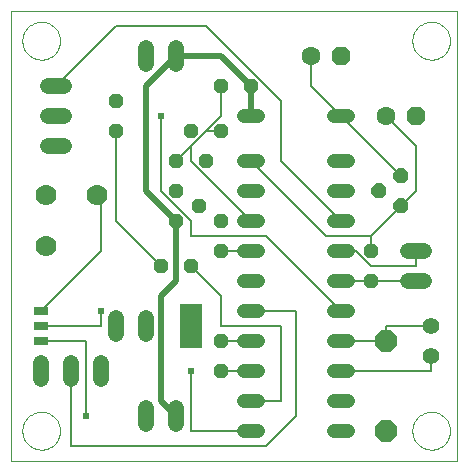
<source format=gtl>
G75*
%MOIN*%
%OFA0B0*%
%FSLAX24Y24*%
%IPPOS*%
%LPD*%
%AMOC8*
5,1,8,0,0,1.08239X$1,22.5*
%
%ADD10C,0.0000*%
%ADD11C,0.0480*%
%ADD12OC8,0.0500*%
%ADD13OC8,0.0480*%
%ADD14C,0.0540*%
%ADD15OC8,0.0750*%
%ADD16OC8,0.0630*%
%ADD17C,0.0630*%
%ADD18C,0.0551*%
%ADD19C,0.0700*%
%ADD20R,0.0500X0.0250*%
%ADD21R,0.0760X0.1500*%
%ADD22C,0.0060*%
%ADD23C,0.0200*%
%ADD24C,0.0240*%
D10*
X000180Y000180D02*
X000180Y015176D01*
X015050Y015176D01*
X015050Y000180D01*
X000180Y000180D01*
X000550Y001180D02*
X000552Y001230D01*
X000558Y001280D01*
X000568Y001329D01*
X000582Y001377D01*
X000599Y001424D01*
X000620Y001469D01*
X000645Y001513D01*
X000673Y001554D01*
X000705Y001593D01*
X000739Y001630D01*
X000776Y001664D01*
X000816Y001694D01*
X000858Y001721D01*
X000902Y001745D01*
X000948Y001766D01*
X000995Y001782D01*
X001043Y001795D01*
X001093Y001804D01*
X001142Y001809D01*
X001193Y001810D01*
X001243Y001807D01*
X001292Y001800D01*
X001341Y001789D01*
X001389Y001774D01*
X001435Y001756D01*
X001480Y001734D01*
X001523Y001708D01*
X001564Y001679D01*
X001603Y001647D01*
X001639Y001612D01*
X001671Y001574D01*
X001701Y001534D01*
X001728Y001491D01*
X001751Y001447D01*
X001770Y001401D01*
X001786Y001353D01*
X001798Y001304D01*
X001806Y001255D01*
X001810Y001205D01*
X001810Y001155D01*
X001806Y001105D01*
X001798Y001056D01*
X001786Y001007D01*
X001770Y000959D01*
X001751Y000913D01*
X001728Y000869D01*
X001701Y000826D01*
X001671Y000786D01*
X001639Y000748D01*
X001603Y000713D01*
X001564Y000681D01*
X001523Y000652D01*
X001480Y000626D01*
X001435Y000604D01*
X001389Y000586D01*
X001341Y000571D01*
X001292Y000560D01*
X001243Y000553D01*
X001193Y000550D01*
X001142Y000551D01*
X001093Y000556D01*
X001043Y000565D01*
X000995Y000578D01*
X000948Y000594D01*
X000902Y000615D01*
X000858Y000639D01*
X000816Y000666D01*
X000776Y000696D01*
X000739Y000730D01*
X000705Y000767D01*
X000673Y000806D01*
X000645Y000847D01*
X000620Y000891D01*
X000599Y000936D01*
X000582Y000983D01*
X000568Y001031D01*
X000558Y001080D01*
X000552Y001130D01*
X000550Y001180D01*
X000550Y014180D02*
X000552Y014230D01*
X000558Y014280D01*
X000568Y014329D01*
X000582Y014377D01*
X000599Y014424D01*
X000620Y014469D01*
X000645Y014513D01*
X000673Y014554D01*
X000705Y014593D01*
X000739Y014630D01*
X000776Y014664D01*
X000816Y014694D01*
X000858Y014721D01*
X000902Y014745D01*
X000948Y014766D01*
X000995Y014782D01*
X001043Y014795D01*
X001093Y014804D01*
X001142Y014809D01*
X001193Y014810D01*
X001243Y014807D01*
X001292Y014800D01*
X001341Y014789D01*
X001389Y014774D01*
X001435Y014756D01*
X001480Y014734D01*
X001523Y014708D01*
X001564Y014679D01*
X001603Y014647D01*
X001639Y014612D01*
X001671Y014574D01*
X001701Y014534D01*
X001728Y014491D01*
X001751Y014447D01*
X001770Y014401D01*
X001786Y014353D01*
X001798Y014304D01*
X001806Y014255D01*
X001810Y014205D01*
X001810Y014155D01*
X001806Y014105D01*
X001798Y014056D01*
X001786Y014007D01*
X001770Y013959D01*
X001751Y013913D01*
X001728Y013869D01*
X001701Y013826D01*
X001671Y013786D01*
X001639Y013748D01*
X001603Y013713D01*
X001564Y013681D01*
X001523Y013652D01*
X001480Y013626D01*
X001435Y013604D01*
X001389Y013586D01*
X001341Y013571D01*
X001292Y013560D01*
X001243Y013553D01*
X001193Y013550D01*
X001142Y013551D01*
X001093Y013556D01*
X001043Y013565D01*
X000995Y013578D01*
X000948Y013594D01*
X000902Y013615D01*
X000858Y013639D01*
X000816Y013666D01*
X000776Y013696D01*
X000739Y013730D01*
X000705Y013767D01*
X000673Y013806D01*
X000645Y013847D01*
X000620Y013891D01*
X000599Y013936D01*
X000582Y013983D01*
X000568Y014031D01*
X000558Y014080D01*
X000552Y014130D01*
X000550Y014180D01*
X013550Y014180D02*
X013552Y014230D01*
X013558Y014280D01*
X013568Y014329D01*
X013582Y014377D01*
X013599Y014424D01*
X013620Y014469D01*
X013645Y014513D01*
X013673Y014554D01*
X013705Y014593D01*
X013739Y014630D01*
X013776Y014664D01*
X013816Y014694D01*
X013858Y014721D01*
X013902Y014745D01*
X013948Y014766D01*
X013995Y014782D01*
X014043Y014795D01*
X014093Y014804D01*
X014142Y014809D01*
X014193Y014810D01*
X014243Y014807D01*
X014292Y014800D01*
X014341Y014789D01*
X014389Y014774D01*
X014435Y014756D01*
X014480Y014734D01*
X014523Y014708D01*
X014564Y014679D01*
X014603Y014647D01*
X014639Y014612D01*
X014671Y014574D01*
X014701Y014534D01*
X014728Y014491D01*
X014751Y014447D01*
X014770Y014401D01*
X014786Y014353D01*
X014798Y014304D01*
X014806Y014255D01*
X014810Y014205D01*
X014810Y014155D01*
X014806Y014105D01*
X014798Y014056D01*
X014786Y014007D01*
X014770Y013959D01*
X014751Y013913D01*
X014728Y013869D01*
X014701Y013826D01*
X014671Y013786D01*
X014639Y013748D01*
X014603Y013713D01*
X014564Y013681D01*
X014523Y013652D01*
X014480Y013626D01*
X014435Y013604D01*
X014389Y013586D01*
X014341Y013571D01*
X014292Y013560D01*
X014243Y013553D01*
X014193Y013550D01*
X014142Y013551D01*
X014093Y013556D01*
X014043Y013565D01*
X013995Y013578D01*
X013948Y013594D01*
X013902Y013615D01*
X013858Y013639D01*
X013816Y013666D01*
X013776Y013696D01*
X013739Y013730D01*
X013705Y013767D01*
X013673Y013806D01*
X013645Y013847D01*
X013620Y013891D01*
X013599Y013936D01*
X013582Y013983D01*
X013568Y014031D01*
X013558Y014080D01*
X013552Y014130D01*
X013550Y014180D01*
X013550Y001180D02*
X013552Y001230D01*
X013558Y001280D01*
X013568Y001329D01*
X013582Y001377D01*
X013599Y001424D01*
X013620Y001469D01*
X013645Y001513D01*
X013673Y001554D01*
X013705Y001593D01*
X013739Y001630D01*
X013776Y001664D01*
X013816Y001694D01*
X013858Y001721D01*
X013902Y001745D01*
X013948Y001766D01*
X013995Y001782D01*
X014043Y001795D01*
X014093Y001804D01*
X014142Y001809D01*
X014193Y001810D01*
X014243Y001807D01*
X014292Y001800D01*
X014341Y001789D01*
X014389Y001774D01*
X014435Y001756D01*
X014480Y001734D01*
X014523Y001708D01*
X014564Y001679D01*
X014603Y001647D01*
X014639Y001612D01*
X014671Y001574D01*
X014701Y001534D01*
X014728Y001491D01*
X014751Y001447D01*
X014770Y001401D01*
X014786Y001353D01*
X014798Y001304D01*
X014806Y001255D01*
X014810Y001205D01*
X014810Y001155D01*
X014806Y001105D01*
X014798Y001056D01*
X014786Y001007D01*
X014770Y000959D01*
X014751Y000913D01*
X014728Y000869D01*
X014701Y000826D01*
X014671Y000786D01*
X014639Y000748D01*
X014603Y000713D01*
X014564Y000681D01*
X014523Y000652D01*
X014480Y000626D01*
X014435Y000604D01*
X014389Y000586D01*
X014341Y000571D01*
X014292Y000560D01*
X014243Y000553D01*
X014193Y000550D01*
X014142Y000551D01*
X014093Y000556D01*
X014043Y000565D01*
X013995Y000578D01*
X013948Y000594D01*
X013902Y000615D01*
X013858Y000639D01*
X013816Y000666D01*
X013776Y000696D01*
X013739Y000730D01*
X013705Y000767D01*
X013673Y000806D01*
X013645Y000847D01*
X013620Y000891D01*
X013599Y000936D01*
X013582Y000983D01*
X013568Y001031D01*
X013558Y001080D01*
X013552Y001130D01*
X013550Y001180D01*
D11*
X011420Y001182D02*
X010940Y001182D01*
X010940Y002182D02*
X011420Y002182D01*
X011420Y003182D02*
X010940Y003182D01*
X010940Y004182D02*
X011420Y004182D01*
X011420Y005182D02*
X010940Y005182D01*
X010940Y006182D02*
X011420Y006182D01*
X011420Y007182D02*
X010940Y007182D01*
X010940Y008182D02*
X011420Y008182D01*
X011420Y009182D02*
X010940Y009182D01*
X010940Y010182D02*
X011420Y010182D01*
X011420Y011680D02*
X010940Y011680D01*
X008420Y011680D02*
X007940Y011680D01*
X007940Y010182D02*
X008420Y010182D01*
X008420Y009182D02*
X007940Y009182D01*
X007940Y008182D02*
X008420Y008182D01*
X008420Y007182D02*
X007940Y007182D01*
X007940Y006182D02*
X008420Y006182D01*
X008420Y005182D02*
X007940Y005182D01*
X007940Y004182D02*
X008420Y004182D01*
X008420Y003182D02*
X007940Y003182D01*
X007940Y002182D02*
X008420Y002182D01*
X008420Y001182D02*
X007940Y001182D01*
D12*
X013180Y008680D03*
X012430Y009180D03*
X013180Y009680D03*
D13*
X012180Y007180D03*
X012180Y006180D03*
X007180Y007180D03*
X006180Y006680D03*
X005180Y006680D03*
X005680Y008180D03*
X006430Y008680D03*
X007180Y008180D03*
X005680Y009180D03*
X005680Y010180D03*
X006180Y011180D03*
X007180Y011180D03*
X006680Y010180D03*
X007180Y012680D03*
X008180Y012680D03*
X003680Y012180D03*
X003680Y011180D03*
X007180Y004180D03*
X007180Y003180D03*
D14*
X005680Y001950D02*
X005680Y001410D01*
X004680Y001410D02*
X004680Y001950D01*
X003180Y002910D02*
X003180Y003450D01*
X002180Y003450D02*
X002180Y002910D01*
X001180Y002910D02*
X001180Y003450D01*
X003680Y004410D02*
X003680Y004950D01*
X004680Y004950D02*
X004680Y004410D01*
X001950Y010680D02*
X001410Y010680D01*
X001410Y011680D02*
X001950Y011680D01*
X001950Y012680D02*
X001410Y012680D01*
X004680Y013410D02*
X004680Y013950D01*
X005680Y013950D02*
X005680Y013410D01*
X013410Y007180D02*
X013950Y007180D01*
X013950Y006180D02*
X013410Y006180D01*
D15*
X012680Y004180D03*
X012680Y001180D03*
D16*
X013680Y011680D03*
X011180Y013680D03*
D17*
X010180Y013680D03*
X012680Y011680D03*
D18*
X014180Y004680D03*
X014180Y003680D03*
D19*
X003028Y009028D03*
X001332Y009028D03*
X001332Y007332D03*
D20*
X001180Y005180D03*
X001180Y004680D03*
X001180Y004180D03*
D21*
X006180Y004680D03*
D22*
X007180Y004680D02*
X007180Y005680D01*
X006680Y006180D01*
X006180Y006680D01*
X007180Y007180D02*
X008180Y007180D01*
X008180Y007182D01*
X008680Y007680D02*
X006180Y007680D01*
X006180Y008180D01*
X005180Y009180D01*
X005180Y011680D01*
X006180Y010680D02*
X006180Y010180D01*
X008180Y008180D01*
X008180Y008182D01*
X008680Y007680D02*
X011180Y005180D01*
X011180Y005182D01*
X011180Y004182D02*
X011180Y004180D01*
X012680Y004180D01*
X012680Y004680D01*
X014180Y004680D01*
X014180Y003680D02*
X014180Y003180D01*
X011180Y003180D01*
X011180Y003182D01*
X009680Y001680D02*
X008680Y000680D01*
X002180Y000680D01*
X002180Y003180D01*
X002680Y004180D02*
X001180Y004180D01*
X001180Y004680D02*
X003180Y004680D01*
X003180Y005180D01*
X002680Y004180D02*
X002680Y001680D01*
X006180Y001180D02*
X006180Y003180D01*
X007180Y003180D02*
X008180Y003180D01*
X008180Y003182D01*
X008180Y002182D02*
X008180Y002180D01*
X009180Y002180D01*
X009180Y004680D01*
X007180Y004680D01*
X007180Y004180D02*
X008180Y004180D01*
X008180Y004182D01*
X008180Y005180D02*
X008180Y005182D01*
X008180Y005180D02*
X009680Y005180D01*
X009680Y001680D01*
X008180Y001182D02*
X008180Y001180D01*
X006180Y001180D01*
X001180Y005180D02*
X003180Y007180D01*
X003180Y009180D01*
X003028Y009028D01*
X003680Y008180D02*
X003680Y011180D01*
X005680Y010180D02*
X006180Y010680D01*
X006680Y011180D01*
X007180Y011180D01*
X007180Y011680D02*
X006680Y011180D01*
X007180Y011680D02*
X007180Y012680D01*
X006680Y014680D02*
X003680Y014680D01*
X001680Y012680D01*
X003680Y008180D02*
X005180Y006680D01*
X008180Y010180D02*
X008180Y010182D01*
X008180Y010180D02*
X010680Y007680D01*
X012180Y007680D01*
X013180Y008680D01*
X013680Y009180D01*
X013680Y010680D01*
X012680Y011680D01*
X011180Y011680D02*
X013180Y009680D01*
X012180Y007680D02*
X012180Y007180D01*
X012180Y006680D02*
X013680Y006680D01*
X013680Y007180D01*
X013680Y006180D02*
X012180Y006180D01*
X011180Y006180D01*
X011180Y006182D01*
X011180Y007180D02*
X011180Y007182D01*
X011180Y007180D02*
X011680Y007180D01*
X012180Y006680D01*
X011180Y008180D02*
X011180Y008182D01*
X011180Y008180D02*
X009180Y010180D01*
X009180Y012180D01*
X006680Y014680D01*
X010180Y013680D02*
X010180Y012680D01*
X011180Y011680D01*
D23*
X008180Y011680D02*
X008180Y012680D01*
X007180Y013680D01*
X005680Y013680D01*
X004680Y012680D01*
X004680Y009180D01*
X005680Y008180D01*
X005680Y006180D01*
X005180Y005680D01*
X005180Y002180D01*
X005680Y001680D01*
D24*
X006180Y003180D03*
X003180Y005180D03*
X002680Y001680D03*
X005180Y011680D03*
M02*

</source>
